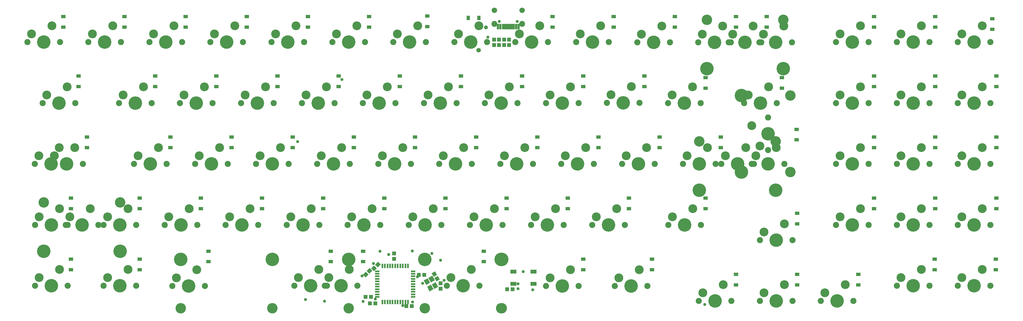
<source format=gbr>
G04 EAGLE Gerber RS-274X export*
G75*
%MOMM*%
%FSLAX34Y34*%
%LPD*%
%INSoldermask Bottom*%
%IPPOS*%
%AMOC8*
5,1,8,0,0,1.08239X$1,22.5*%
G01*
%ADD10C,4.203200*%
%ADD11C,1.903200*%
%ADD12C,2.743200*%
%ADD13R,1.423200X1.113200*%
%ADD14R,1.113200X1.423200*%
%ADD15C,3.253200*%
%ADD16R,0.558800X1.371600*%
%ADD17R,1.371600X0.558800*%
%ADD18R,1.203200X1.303200*%
%ADD19R,1.303200X1.203200*%
%ADD20R,1.397000X1.600200*%
%ADD21R,0.803200X1.653200*%
%ADD22R,0.503200X1.653200*%
%ADD23C,1.711200*%
%ADD24C,1.853200*%
%ADD25C,0.953200*%
%ADD26R,1.903200X1.203200*%
%ADD27C,0.959600*%
%ADD28C,1.409600*%
%ADD29C,1.209600*%

G36*
X1286958Y-851401D02*
X1286958Y-851401D01*
X1297528Y-845851D01*
X1297529Y-845850D01*
X1297531Y-845849D01*
X1297550Y-845824D01*
X1297557Y-845822D01*
X1297561Y-845811D01*
X1297590Y-845775D01*
X1297590Y-845773D01*
X1297591Y-845771D01*
X1297588Y-845741D01*
X1297592Y-845730D01*
X1297584Y-845713D01*
X1297581Y-845681D01*
X1291087Y-833312D01*
X1291085Y-833310D01*
X1291085Y-833308D01*
X1291048Y-833280D01*
X1291011Y-833249D01*
X1291008Y-833250D01*
X1291007Y-833248D01*
X1290916Y-833259D01*
X1280346Y-838808D01*
X1280345Y-838810D01*
X1280343Y-838810D01*
X1280332Y-838824D01*
X1280321Y-838828D01*
X1280314Y-838848D01*
X1280284Y-838884D01*
X1280284Y-838886D01*
X1280283Y-838888D01*
X1280286Y-838918D01*
X1280286Y-838920D01*
X1280287Y-838923D01*
X1280293Y-838979D01*
X1286787Y-851347D01*
X1286789Y-851349D01*
X1286789Y-851351D01*
X1286826Y-851380D01*
X1286863Y-851410D01*
X1286866Y-851410D01*
X1286867Y-851411D01*
X1286958Y-851401D01*
G37*
G36*
X1312084Y-863741D02*
X1312084Y-863741D01*
X1322654Y-858192D01*
X1322655Y-858190D01*
X1322657Y-858190D01*
X1322676Y-858165D01*
X1322683Y-858162D01*
X1322687Y-858152D01*
X1322716Y-858116D01*
X1322716Y-858114D01*
X1322717Y-858112D01*
X1322714Y-858082D01*
X1322718Y-858070D01*
X1322710Y-858054D01*
X1322707Y-858021D01*
X1316213Y-845653D01*
X1316211Y-845651D01*
X1316211Y-845649D01*
X1316174Y-845620D01*
X1316137Y-845590D01*
X1316134Y-845590D01*
X1316133Y-845589D01*
X1316042Y-845599D01*
X1305473Y-851149D01*
X1305471Y-851150D01*
X1305469Y-851151D01*
X1305458Y-851164D01*
X1305447Y-851169D01*
X1305440Y-851189D01*
X1305410Y-851225D01*
X1305410Y-851227D01*
X1305409Y-851229D01*
X1305413Y-851259D01*
X1305412Y-851261D01*
X1305413Y-851264D01*
X1305419Y-851319D01*
X1311913Y-863688D01*
X1311915Y-863690D01*
X1311915Y-863692D01*
X1311952Y-863720D01*
X1311989Y-863751D01*
X1311992Y-863750D01*
X1311993Y-863752D01*
X1312084Y-863741D01*
G37*
G36*
X1301576Y-843726D02*
X1301576Y-843726D01*
X1312145Y-838177D01*
X1312147Y-838175D01*
X1312149Y-838175D01*
X1312168Y-838150D01*
X1312174Y-838147D01*
X1312178Y-838136D01*
X1312208Y-838101D01*
X1312208Y-838098D01*
X1312209Y-838097D01*
X1312205Y-838067D01*
X1312210Y-838055D01*
X1312202Y-838039D01*
X1312198Y-838006D01*
X1305705Y-825637D01*
X1305703Y-825636D01*
X1305703Y-825634D01*
X1305665Y-825605D01*
X1305628Y-825575D01*
X1305626Y-825575D01*
X1305625Y-825574D01*
X1305534Y-825584D01*
X1294964Y-831134D01*
X1294963Y-831135D01*
X1294961Y-831135D01*
X1294950Y-831149D01*
X1294939Y-831154D01*
X1294932Y-831174D01*
X1294902Y-831210D01*
X1294902Y-831212D01*
X1294901Y-831214D01*
X1294904Y-831244D01*
X1294904Y-831246D01*
X1294905Y-831248D01*
X1294911Y-831304D01*
X1301405Y-843673D01*
X1301407Y-843674D01*
X1301407Y-843676D01*
X1301444Y-843705D01*
X1301481Y-843735D01*
X1301483Y-843735D01*
X1301485Y-843736D01*
X1301576Y-843726D01*
G37*
G36*
X1297466Y-871416D02*
X1297466Y-871416D01*
X1308036Y-865866D01*
X1308037Y-865865D01*
X1308039Y-865865D01*
X1308059Y-865839D01*
X1308065Y-865837D01*
X1308069Y-865826D01*
X1308098Y-865790D01*
X1308098Y-865788D01*
X1308099Y-865786D01*
X1308096Y-865756D01*
X1308100Y-865745D01*
X1308093Y-865728D01*
X1308089Y-865696D01*
X1301595Y-853327D01*
X1301593Y-853326D01*
X1301593Y-853324D01*
X1301556Y-853295D01*
X1301519Y-853265D01*
X1301517Y-853265D01*
X1301515Y-853264D01*
X1301425Y-853274D01*
X1290855Y-858823D01*
X1290853Y-858825D01*
X1290851Y-858825D01*
X1290841Y-858839D01*
X1290829Y-858844D01*
X1290822Y-858863D01*
X1290792Y-858899D01*
X1290793Y-858902D01*
X1290791Y-858903D01*
X1290795Y-858934D01*
X1290794Y-858936D01*
X1290795Y-858938D01*
X1290802Y-858994D01*
X1297295Y-871363D01*
X1297297Y-871364D01*
X1297297Y-871366D01*
X1297335Y-871395D01*
X1297372Y-871425D01*
X1297374Y-871425D01*
X1297376Y-871426D01*
X1297466Y-871416D01*
G37*
D10*
X95200Y-95200D03*
D11*
X44400Y-95200D03*
X146000Y-95200D03*
D12*
X57100Y-69800D03*
X120600Y-44400D03*
D13*
X156300Y-15450D03*
X156300Y-48150D03*
D10*
X285200Y-95200D03*
D11*
X234400Y-95200D03*
X336000Y-95200D03*
D12*
X247100Y-69800D03*
X310600Y-44400D03*
D13*
X346800Y-15450D03*
X346800Y-48150D03*
D10*
X475200Y-95200D03*
D11*
X424400Y-95200D03*
X526000Y-95200D03*
D12*
X437100Y-69800D03*
X500600Y-44400D03*
D13*
X537300Y-15450D03*
X537300Y-48150D03*
D10*
X665200Y-95200D03*
D11*
X614400Y-95200D03*
X716000Y-95200D03*
D12*
X627100Y-69800D03*
X690600Y-44400D03*
D13*
X727800Y-15450D03*
X727800Y-48150D03*
D10*
X855200Y-95200D03*
D11*
X804400Y-95200D03*
X906000Y-95200D03*
D12*
X817100Y-69800D03*
X880600Y-44400D03*
D13*
X918300Y-15450D03*
X918300Y-48150D03*
D10*
X1045200Y-95200D03*
D11*
X994400Y-95200D03*
X1096000Y-95200D03*
D12*
X1007100Y-69800D03*
X1070600Y-44400D03*
D13*
X1108800Y-15450D03*
X1108800Y-48150D03*
D10*
X1235200Y-95200D03*
D11*
X1184400Y-95200D03*
X1286000Y-95200D03*
D12*
X1197100Y-69800D03*
X1260600Y-44400D03*
D13*
X1289800Y-13950D03*
X1289800Y-46650D03*
D10*
X1425200Y-95200D03*
D11*
X1374400Y-95200D03*
X1476000Y-95200D03*
D12*
X1387100Y-69800D03*
X1450600Y-44400D03*
D14*
X1417950Y-19200D03*
X1450650Y-19200D03*
D10*
X1615000Y-95000D03*
D11*
X1564200Y-95000D03*
X1665800Y-95000D03*
D12*
X1576900Y-69600D03*
X1640400Y-44200D03*
D13*
X1680300Y-15450D03*
X1680300Y-48150D03*
D10*
X1804700Y-95200D03*
D11*
X1753900Y-95200D03*
X1855500Y-95200D03*
D12*
X1766600Y-69800D03*
X1830100Y-44400D03*
D13*
X1870800Y-15450D03*
X1870800Y-48150D03*
D10*
X1995200Y-95700D03*
D11*
X1944400Y-95700D03*
X2046000Y-95700D03*
D12*
X1957100Y-70300D03*
X2020600Y-44900D03*
D13*
X2061300Y-15450D03*
X2061300Y-48150D03*
D10*
X2185200Y-95700D03*
D11*
X2134400Y-95700D03*
X2236000Y-95700D03*
D12*
X2147100Y-70300D03*
X2210600Y-44900D03*
D13*
X2251800Y-15450D03*
X2251800Y-48150D03*
D10*
X2280000Y-95700D03*
D11*
X2229200Y-95700D03*
X2330800Y-95700D03*
D15*
X2161000Y-25700D03*
X2399000Y-25700D03*
D10*
X2161000Y-178100D03*
X2399000Y-178100D03*
D12*
X2241900Y-70300D03*
X2305400Y-44900D03*
D13*
X2347100Y-15450D03*
X2347100Y-48150D03*
D10*
X2375200Y-95700D03*
D11*
X2324400Y-95700D03*
X2426000Y-95700D03*
D12*
X2337100Y-70300D03*
X2400600Y-44900D03*
D10*
X2613800Y-95200D03*
D11*
X2563000Y-95200D03*
X2664600Y-95200D03*
D12*
X2575700Y-69800D03*
X2639200Y-44400D03*
D13*
X2681900Y-15450D03*
X2681900Y-48150D03*
D10*
X2803800Y-95200D03*
D11*
X2753000Y-95200D03*
X2854600Y-95200D03*
D12*
X2765700Y-69800D03*
X2829200Y-44400D03*
D13*
X2872400Y-15450D03*
X2872400Y-48150D03*
D10*
X2993800Y-95200D03*
D11*
X2943000Y-95200D03*
X3044600Y-95200D03*
D12*
X2955700Y-69800D03*
X3019200Y-44400D03*
D13*
X3049900Y-22450D03*
X3049900Y-55150D03*
D10*
X142800Y-285100D03*
D11*
X92000Y-285100D03*
X193600Y-285100D03*
D12*
X104700Y-259700D03*
X168200Y-234300D03*
D13*
X203900Y-200950D03*
X203900Y-233650D03*
D10*
X380500Y-285200D03*
D11*
X329700Y-285200D03*
X431300Y-285200D03*
D12*
X342400Y-259800D03*
X405900Y-234400D03*
D13*
X442100Y-200950D03*
X442100Y-233650D03*
D10*
X570600Y-285400D03*
D11*
X519800Y-285400D03*
X621400Y-285400D03*
D12*
X532500Y-260000D03*
X596000Y-234600D03*
D13*
X632600Y-200950D03*
X632600Y-233650D03*
D10*
X760500Y-285200D03*
D11*
X709700Y-285200D03*
X811300Y-285200D03*
D12*
X722400Y-259800D03*
X785900Y-234400D03*
D13*
X823100Y-200950D03*
X823100Y-233650D03*
D10*
X950500Y-285200D03*
D11*
X899700Y-285200D03*
X1001300Y-285200D03*
D12*
X912400Y-259800D03*
X975900Y-234400D03*
D13*
X1013600Y-200950D03*
X1013600Y-233650D03*
D10*
X1140500Y-285200D03*
D11*
X1089700Y-285200D03*
X1191300Y-285200D03*
D12*
X1102400Y-259800D03*
X1165900Y-234400D03*
D13*
X1204100Y-200950D03*
X1204100Y-233650D03*
D10*
X1330500Y-285200D03*
D11*
X1279700Y-285200D03*
X1381300Y-285200D03*
D12*
X1292400Y-259800D03*
X1355900Y-234400D03*
D13*
X1394600Y-200950D03*
X1394600Y-233650D03*
D10*
X1520500Y-285200D03*
D11*
X1469700Y-285200D03*
X1571300Y-285200D03*
D12*
X1482400Y-259800D03*
X1545900Y-234400D03*
D13*
X1585100Y-200950D03*
X1585100Y-233650D03*
D10*
X1710500Y-285200D03*
D11*
X1659700Y-285200D03*
X1761300Y-285200D03*
D12*
X1672400Y-259800D03*
X1735900Y-234400D03*
D13*
X1775600Y-200950D03*
X1775600Y-233650D03*
D10*
X1900700Y-284900D03*
D11*
X1849900Y-284900D03*
X1951500Y-284900D03*
D12*
X1862600Y-259500D03*
X1926100Y-234100D03*
D13*
X1966100Y-200950D03*
X1966100Y-233650D03*
D10*
X2091000Y-285700D03*
D11*
X2040200Y-285700D03*
X2141800Y-285700D03*
D12*
X2052900Y-260300D03*
X2116400Y-234900D03*
D13*
X2156600Y-205950D03*
X2156600Y-238650D03*
D10*
X2327600Y-285700D03*
D11*
X2276800Y-285700D03*
X2378400Y-285700D03*
D12*
X2289500Y-260300D03*
X2353000Y-234900D03*
D13*
X2394700Y-205950D03*
X2394700Y-238650D03*
D10*
X2351500Y-381100D03*
D11*
X2351500Y-431900D03*
X2351500Y-330300D03*
D15*
X2421500Y-500100D03*
X2421500Y-262100D03*
D10*
X2269100Y-500100D03*
X2269100Y-262100D03*
D12*
X2326100Y-419200D03*
X2300700Y-355700D03*
D13*
X2440500Y-367250D03*
X2440500Y-399950D03*
D10*
X2613800Y-285200D03*
D11*
X2563000Y-285200D03*
X2664600Y-285200D03*
D12*
X2575700Y-259800D03*
X2639200Y-234400D03*
D13*
X2681900Y-200950D03*
X2681900Y-233650D03*
D10*
X2803800Y-285200D03*
D11*
X2753000Y-285200D03*
X2854600Y-285200D03*
D12*
X2765700Y-259800D03*
X2829200Y-234400D03*
D13*
X2872400Y-200950D03*
X2872400Y-233650D03*
D10*
X2993800Y-285200D03*
D11*
X2943000Y-285200D03*
X3044600Y-285200D03*
D12*
X2955700Y-259800D03*
X3019200Y-234400D03*
D13*
X3062900Y-200950D03*
X3062900Y-233650D03*
D10*
X166600Y-475200D03*
D11*
X115800Y-475200D03*
X217400Y-475200D03*
D12*
X128500Y-449800D03*
X192000Y-424400D03*
D10*
X118500Y-474900D03*
D11*
X67700Y-474900D03*
X169300Y-474900D03*
D12*
X80400Y-449500D03*
X143900Y-424100D03*
D13*
X230100Y-391450D03*
X230100Y-424150D03*
D10*
X427600Y-475200D03*
D11*
X376800Y-475200D03*
X478400Y-475200D03*
D12*
X389500Y-449800D03*
X453000Y-424400D03*
D13*
X489700Y-391450D03*
X489700Y-424150D03*
D10*
X617600Y-475200D03*
D11*
X566800Y-475200D03*
X668400Y-475200D03*
D12*
X579500Y-449800D03*
X643000Y-424400D03*
D13*
X680200Y-391450D03*
X680200Y-424150D03*
D10*
X807600Y-475200D03*
D11*
X756800Y-475200D03*
X858400Y-475200D03*
D12*
X769500Y-449800D03*
X833000Y-424400D03*
D13*
X870700Y-391450D03*
X870700Y-424150D03*
D10*
X998100Y-475200D03*
D11*
X947300Y-475200D03*
X1048900Y-475200D03*
D12*
X960000Y-449800D03*
X1023500Y-424400D03*
D13*
X1061200Y-391450D03*
X1061200Y-424150D03*
D10*
X1188100Y-475200D03*
D11*
X1137300Y-475200D03*
X1238900Y-475200D03*
D12*
X1150000Y-449800D03*
X1213500Y-424400D03*
D13*
X1251700Y-391450D03*
X1251700Y-424150D03*
D10*
X1378100Y-475200D03*
D11*
X1327300Y-475200D03*
X1428900Y-475200D03*
D12*
X1340000Y-449800D03*
X1403500Y-424400D03*
D13*
X1442200Y-391450D03*
X1442200Y-424150D03*
D10*
X1568100Y-475200D03*
D11*
X1517300Y-475200D03*
X1618900Y-475200D03*
D12*
X1530000Y-449800D03*
X1593500Y-424400D03*
D13*
X1632700Y-391450D03*
X1632700Y-424150D03*
D10*
X1758100Y-475200D03*
D11*
X1707300Y-475200D03*
X1808900Y-475200D03*
D12*
X1720000Y-449800D03*
X1783500Y-424400D03*
D13*
X1823200Y-391450D03*
X1823200Y-424150D03*
D10*
X1948100Y-475200D03*
D11*
X1897300Y-475200D03*
X1998900Y-475200D03*
D12*
X1910000Y-449800D03*
X1973500Y-424400D03*
D13*
X2013700Y-391450D03*
X2013700Y-424150D03*
D10*
X2137600Y-475200D03*
D11*
X2086800Y-475200D03*
X2188400Y-475200D03*
D12*
X2099500Y-449800D03*
X2163000Y-424400D03*
D13*
X2204200Y-391450D03*
X2204200Y-424150D03*
D10*
X2256600Y-475200D03*
D11*
X2205800Y-475200D03*
X2307400Y-475200D03*
D15*
X2137600Y-405200D03*
X2375600Y-405200D03*
D10*
X2137600Y-557600D03*
X2375600Y-557600D03*
D12*
X2218500Y-449800D03*
X2282000Y-424400D03*
D10*
X2351400Y-475200D03*
D11*
X2300600Y-475200D03*
X2402200Y-475200D03*
D12*
X2313300Y-449800D03*
X2376800Y-424400D03*
D10*
X2613800Y-475200D03*
D11*
X2563000Y-475200D03*
X2664600Y-475200D03*
D12*
X2575700Y-449800D03*
X2639200Y-424400D03*
D13*
X2681900Y-391450D03*
X2681900Y-424150D03*
D10*
X2803800Y-475200D03*
D11*
X2753000Y-475200D03*
X2854600Y-475200D03*
D12*
X2765700Y-449800D03*
X2829200Y-424400D03*
D13*
X2872400Y-391450D03*
X2872400Y-424150D03*
D10*
X2993800Y-475200D03*
D11*
X2943000Y-475200D03*
X3044600Y-475200D03*
D12*
X2955700Y-449800D03*
X3019200Y-424400D03*
D13*
X3062900Y-391450D03*
X3062900Y-424150D03*
D10*
X119000Y-665200D03*
D11*
X68200Y-665200D03*
X169800Y-665200D03*
D12*
X80900Y-639800D03*
X144400Y-614400D03*
D13*
X180100Y-581950D03*
X180100Y-614650D03*
D10*
X214300Y-665200D03*
D11*
X163500Y-665200D03*
X265100Y-665200D03*
D15*
X95300Y-595200D03*
X333300Y-595200D03*
D10*
X95300Y-747600D03*
X333300Y-747600D03*
D12*
X176200Y-639800D03*
X239700Y-614400D03*
D10*
X332800Y-665200D03*
D11*
X282000Y-665200D03*
X383600Y-665200D03*
D12*
X294700Y-639800D03*
X358200Y-614400D03*
D13*
X394400Y-581950D03*
X394400Y-614650D03*
D10*
X522800Y-665200D03*
D11*
X472000Y-665200D03*
X573600Y-665200D03*
D12*
X484700Y-639800D03*
X548200Y-614400D03*
D13*
X584900Y-581950D03*
X584900Y-614650D03*
D10*
X712800Y-665200D03*
D11*
X662000Y-665200D03*
X763600Y-665200D03*
D12*
X674700Y-639800D03*
X738200Y-614400D03*
D13*
X775400Y-581950D03*
X775400Y-614650D03*
D10*
X902800Y-665200D03*
D11*
X852000Y-665200D03*
X953600Y-665200D03*
D12*
X864700Y-639800D03*
X928200Y-614400D03*
D13*
X965900Y-581950D03*
X965900Y-614650D03*
D10*
X1092800Y-665200D03*
D11*
X1042000Y-665200D03*
X1143600Y-665200D03*
D12*
X1054700Y-639800D03*
X1118200Y-614400D03*
D13*
X1156400Y-581950D03*
X1156400Y-614650D03*
D10*
X1282800Y-665200D03*
D11*
X1232000Y-665200D03*
X1333600Y-665200D03*
D12*
X1244700Y-639800D03*
X1308200Y-614400D03*
D13*
X1346900Y-581950D03*
X1346900Y-614650D03*
D10*
X1473300Y-665200D03*
D11*
X1422500Y-665200D03*
X1524100Y-665200D03*
D12*
X1435200Y-639800D03*
X1498700Y-614400D03*
D13*
X1537400Y-581950D03*
X1537400Y-614650D03*
D10*
X1663800Y-665700D03*
D11*
X1613000Y-665700D03*
X1714600Y-665700D03*
D12*
X1625700Y-640300D03*
X1689200Y-614900D03*
D13*
X1727900Y-581950D03*
X1727900Y-614650D03*
D10*
X1854300Y-665200D03*
D11*
X1803500Y-665200D03*
X1905100Y-665200D03*
D12*
X1816200Y-639800D03*
X1879700Y-614400D03*
D13*
X1918400Y-581950D03*
X1918400Y-614650D03*
D10*
X2092000Y-665200D03*
D11*
X2041200Y-665200D03*
X2142800Y-665200D03*
D12*
X2053900Y-639800D03*
X2117400Y-614400D03*
D13*
X2156600Y-581950D03*
X2156600Y-614650D03*
D10*
X2613800Y-665200D03*
D11*
X2563000Y-665200D03*
X2664600Y-665200D03*
D12*
X2575700Y-639800D03*
X2639200Y-614400D03*
D13*
X2681900Y-581950D03*
X2681900Y-614650D03*
D10*
X2803800Y-665200D03*
D11*
X2753000Y-665200D03*
X2854600Y-665200D03*
D12*
X2765700Y-639800D03*
X2829200Y-614400D03*
D13*
X2872400Y-581950D03*
X2872400Y-614650D03*
D10*
X2993800Y-665200D03*
D11*
X2943000Y-665200D03*
X3044600Y-665200D03*
D12*
X2955700Y-639800D03*
X3019200Y-614400D03*
D13*
X3062900Y-581950D03*
X3062900Y-614650D03*
D10*
X2376900Y-713000D03*
D11*
X2326100Y-713000D03*
X2427700Y-713000D03*
D12*
X2338800Y-687600D03*
X2402300Y-662200D03*
D13*
X2442300Y-629550D03*
X2442300Y-662250D03*
D10*
X119000Y-855200D03*
D11*
X68200Y-855200D03*
X169800Y-855200D03*
D12*
X80900Y-829800D03*
X144400Y-804400D03*
D13*
X180100Y-772450D03*
X180100Y-805150D03*
D10*
X332800Y-855200D03*
D11*
X282000Y-855200D03*
X383600Y-855200D03*
D12*
X294700Y-829800D03*
X358200Y-804400D03*
D13*
X394400Y-772450D03*
X394400Y-805150D03*
D10*
X546600Y-855700D03*
D11*
X495800Y-855700D03*
X597400Y-855700D03*
D12*
X508500Y-830300D03*
X572000Y-804900D03*
D13*
X608700Y-747450D03*
X608700Y-780150D03*
D10*
X1021900Y-855200D03*
D11*
X971100Y-855200D03*
X1072700Y-855200D03*
D15*
X521900Y-925200D03*
X1521900Y-925200D03*
D10*
X521900Y-772800D03*
X1521900Y-772800D03*
D12*
X983800Y-829800D03*
X1047300Y-804400D03*
D13*
X1090000Y-747450D03*
X1090000Y-780150D03*
D10*
X926600Y-855200D03*
D11*
X875800Y-855200D03*
X977400Y-855200D03*
D15*
X807600Y-925200D03*
X1045600Y-925200D03*
D10*
X807600Y-772800D03*
X1045600Y-772800D03*
D12*
X888500Y-829800D03*
X952000Y-804400D03*
D13*
X989700Y-747450D03*
X989700Y-780150D03*
D10*
X1401400Y-855200D03*
D11*
X1350600Y-855200D03*
X1452200Y-855200D03*
D15*
X1282400Y-925200D03*
X1520400Y-925200D03*
D10*
X1282400Y-772800D03*
X1520400Y-772800D03*
D12*
X1363300Y-829800D03*
X1426800Y-804400D03*
D13*
X1466000Y-747450D03*
X1466000Y-780150D03*
D10*
X1710500Y-856200D03*
D11*
X1659700Y-856200D03*
X1761300Y-856200D03*
D12*
X1672400Y-830800D03*
X1735900Y-805400D03*
D13*
X1775600Y-772450D03*
X1775600Y-805150D03*
D10*
X1924800Y-855700D03*
D11*
X1874000Y-855700D03*
X1975600Y-855700D03*
D12*
X1886700Y-830300D03*
X1950200Y-804900D03*
D13*
X1989900Y-772450D03*
X1989900Y-805150D03*
D10*
X2803800Y-855200D03*
D11*
X2753000Y-855200D03*
X2854600Y-855200D03*
D12*
X2765700Y-829800D03*
X2829200Y-804400D03*
D13*
X2870900Y-772450D03*
X2870900Y-805150D03*
D10*
X2993800Y-855200D03*
D11*
X2943000Y-855200D03*
X3044600Y-855200D03*
D12*
X2955700Y-829800D03*
X3019200Y-804400D03*
D13*
X3061400Y-772450D03*
X3061400Y-805150D03*
D10*
X2186700Y-902800D03*
D11*
X2135900Y-902800D03*
X2237500Y-902800D03*
D12*
X2148600Y-877400D03*
X2212100Y-852000D03*
D13*
X2251800Y-820050D03*
X2251800Y-852750D03*
D10*
X2376700Y-902800D03*
D11*
X2325900Y-902800D03*
X2427500Y-902800D03*
D12*
X2338600Y-877400D03*
X2402100Y-852000D03*
D13*
X2442300Y-820050D03*
X2442300Y-852750D03*
D10*
X2566700Y-902800D03*
D11*
X2515900Y-902800D03*
X2617500Y-902800D03*
D12*
X2528600Y-877400D03*
X2592100Y-852000D03*
D13*
X2632800Y-820050D03*
X2632800Y-852750D03*
D16*
X1150000Y-793866D03*
X1158000Y-793866D03*
X1166000Y-793866D03*
X1174000Y-793866D03*
X1182000Y-793866D03*
X1190000Y-793866D03*
X1198000Y-793866D03*
X1206000Y-793866D03*
X1214000Y-793866D03*
X1222000Y-793866D03*
X1230000Y-793866D03*
D17*
X1246134Y-810000D03*
X1246134Y-818000D03*
X1246134Y-826000D03*
X1246134Y-834000D03*
X1246134Y-842000D03*
X1246134Y-850000D03*
X1246134Y-858000D03*
X1246134Y-866000D03*
X1246134Y-874000D03*
X1246134Y-882000D03*
X1246134Y-890000D03*
D16*
X1230000Y-906134D03*
X1222000Y-906134D03*
X1214000Y-906134D03*
X1206000Y-906134D03*
X1198000Y-906134D03*
X1190000Y-906134D03*
X1182000Y-906134D03*
X1174000Y-906134D03*
X1166000Y-906134D03*
X1158000Y-906134D03*
X1150000Y-906134D03*
D17*
X1133866Y-890000D03*
X1133866Y-882000D03*
X1133866Y-874000D03*
X1133866Y-866000D03*
X1133866Y-858000D03*
X1133866Y-850000D03*
X1133866Y-842000D03*
X1133866Y-834000D03*
X1133866Y-826000D03*
X1133866Y-818000D03*
X1133866Y-810000D03*
D18*
X1187000Y-771500D03*
X1187000Y-754500D03*
D19*
X1128000Y-910500D03*
X1111000Y-910500D03*
D20*
G36*
X1293652Y-830818D02*
X1306020Y-824325D01*
X1313458Y-838492D01*
X1301090Y-844985D01*
X1293652Y-830818D01*
G37*
G36*
X1304160Y-850833D02*
X1316528Y-844340D01*
X1323966Y-858507D01*
X1311598Y-865000D01*
X1304160Y-850833D01*
G37*
G36*
X1309348Y-866182D02*
X1296980Y-872675D01*
X1289542Y-858508D01*
X1301910Y-852015D01*
X1309348Y-866182D01*
G37*
G36*
X1298840Y-846167D02*
X1286472Y-852660D01*
X1279034Y-838493D01*
X1291402Y-832000D01*
X1298840Y-846167D01*
G37*
D19*
G36*
X1310298Y-827290D02*
X1303782Y-816004D01*
X1314202Y-809988D01*
X1320718Y-821274D01*
X1310298Y-827290D01*
G37*
G36*
X1318798Y-842012D02*
X1312282Y-830726D01*
X1322702Y-824710D01*
X1329218Y-835996D01*
X1318798Y-842012D01*
G37*
D18*
X1331200Y-864400D03*
X1331200Y-847400D03*
D19*
X1538500Y-866000D03*
X1555500Y-866000D03*
G36*
X1101049Y-808693D02*
X1110263Y-799479D01*
X1118771Y-807987D01*
X1109557Y-817201D01*
X1101049Y-808693D01*
G37*
G36*
X1089029Y-820713D02*
X1098243Y-811499D01*
X1106751Y-820007D01*
X1097537Y-829221D01*
X1089029Y-820713D01*
G37*
X1224550Y-918500D03*
X1241550Y-918500D03*
X1263500Y-821500D03*
X1280500Y-821500D03*
X1114500Y-890000D03*
X1097500Y-890000D03*
G36*
X1127149Y-789343D02*
X1136363Y-780129D01*
X1144871Y-788637D01*
X1135657Y-797851D01*
X1127149Y-789343D01*
G37*
G36*
X1115129Y-801363D02*
X1124343Y-792149D01*
X1132851Y-800657D01*
X1123637Y-809871D01*
X1115129Y-801363D01*
G37*
D21*
X1510250Y-46950D03*
X1518000Y-46950D03*
D22*
X1525000Y-46950D03*
X1530000Y-46950D03*
X1535000Y-46950D03*
X1540000Y-46950D03*
X1545000Y-46950D03*
X1550000Y-46950D03*
X1555000Y-46950D03*
X1560000Y-46950D03*
D21*
X1567000Y-46950D03*
X1574750Y-46950D03*
D23*
X1585700Y4000D03*
D24*
X1585800Y-37800D03*
D23*
X1499300Y4000D03*
D24*
X1499100Y-37800D03*
D25*
X1514560Y-30960D03*
X1570440Y-30960D03*
D18*
X1545000Y-87500D03*
X1545000Y-104500D03*
X1498000Y-87500D03*
X1498000Y-104500D03*
X1513500Y-87500D03*
X1513500Y-104500D03*
X1529500Y-87500D03*
X1529500Y-104500D03*
D26*
X1621340Y-811320D03*
X1621340Y-849320D03*
X1558340Y-811320D03*
X1558340Y-849320D03*
D27*
X1024000Y-212000D03*
X970000Y-903438D03*
X886000Y-405500D03*
X910500Y-898794D03*
X1143000Y-748000D03*
X1243000Y-747000D03*
X1087000Y-824500D03*
X1090500Y-904500D03*
X1244500Y-906000D03*
X1275500Y-847500D03*
X1169500Y-757500D03*
X1478500Y-80000D03*
D28*
X1450000Y-120000D03*
D27*
X1588880Y-811000D03*
X1122193Y-785932D03*
X1128500Y-897000D03*
X1213580Y-917420D03*
X1259500Y-827170D03*
D29*
X1473000Y-49500D03*
D27*
X1618500Y-868000D03*
X1331694Y-775376D03*
X1304000Y-754500D03*
X1342500Y-838500D03*
X1572880Y-849200D03*
X2154500Y-914000D03*
X1572500Y-864500D03*
M02*

</source>
